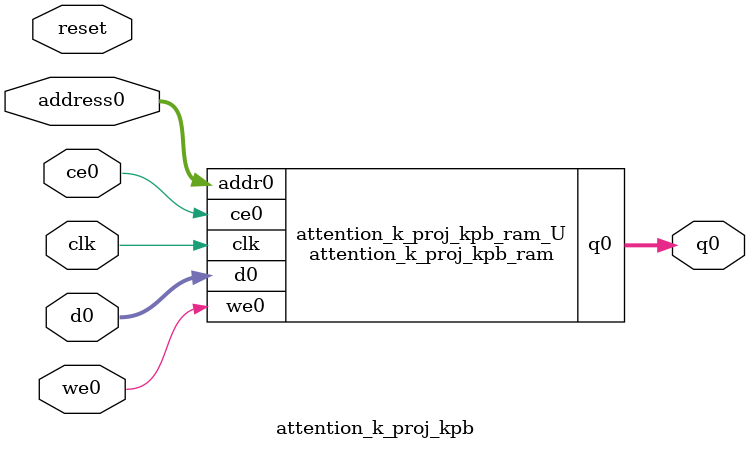
<source format=v>
`timescale 1 ns / 1 ps
module attention_k_proj_kpb_ram (addr0, ce0, d0, we0, q0,  clk);

parameter DWIDTH = 40;
parameter AWIDTH = 7;
parameter MEM_SIZE = 96;

input[AWIDTH-1:0] addr0;
input ce0;
input[DWIDTH-1:0] d0;
input we0;
output reg[DWIDTH-1:0] q0;
input clk;

(* ram_style = "block" *)reg [DWIDTH-1:0] ram[0:MEM_SIZE-1];




always @(posedge clk)  
begin 
    if (ce0) begin
        if (we0) 
            ram[addr0] <= d0; 
        q0 <= ram[addr0];
    end
end


endmodule

`timescale 1 ns / 1 ps
module attention_k_proj_kpb(
    reset,
    clk,
    address0,
    ce0,
    we0,
    d0,
    q0);

parameter DataWidth = 32'd40;
parameter AddressRange = 32'd96;
parameter AddressWidth = 32'd7;
input reset;
input clk;
input[AddressWidth - 1:0] address0;
input ce0;
input we0;
input[DataWidth - 1:0] d0;
output[DataWidth - 1:0] q0;



attention_k_proj_kpb_ram attention_k_proj_kpb_ram_U(
    .clk( clk ),
    .addr0( address0 ),
    .ce0( ce0 ),
    .we0( we0 ),
    .d0( d0 ),
    .q0( q0 ));

endmodule


</source>
